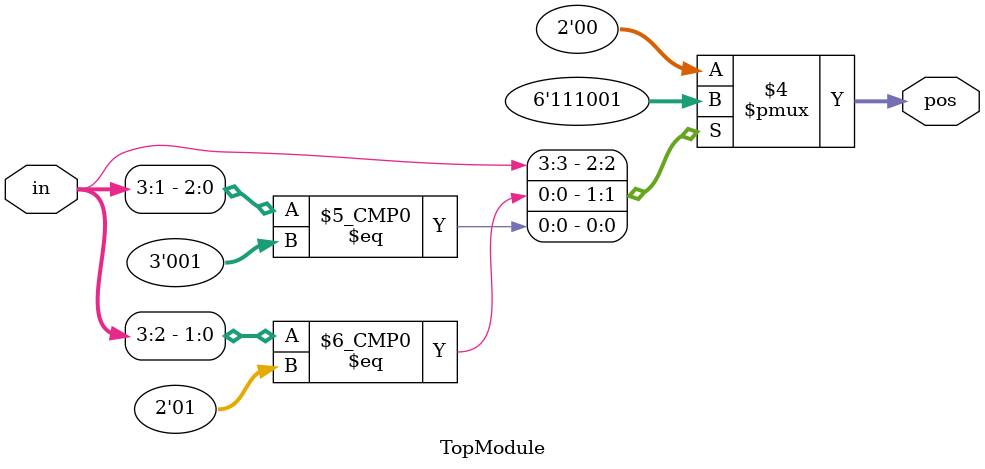
<source format=sv>

module TopModule (
    input [3:0] in,
    output reg [1:0] pos
);

always @(*) begin
    casez (in)
        4'b1??? : pos = 2'b11; // If bit[3] is high, set position to 3
        4'b01?? : pos = 2'b10; // If bit[2] is high, set position to 2
        4'b001? : pos = 2'b01; // If bit[1] is high, set position to 1
        4'b0001 : pos = 2'b00; // If bit[0] is high, set position to 0
        default: pos = 2'b00;  // If all bits are zero, set position to 0
    endcase
end

endmodule

// VERILOG-EVAL: errant inclusion of module definition

</source>
